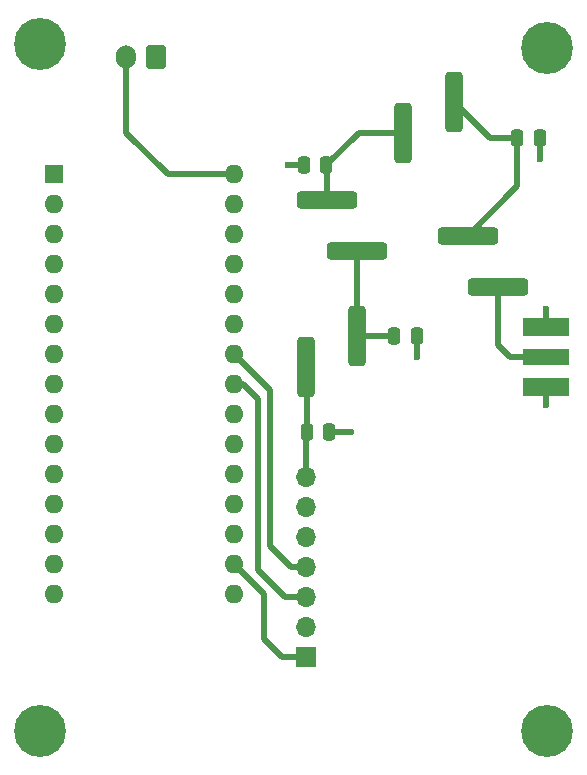
<source format=gtl>
G04 #@! TF.GenerationSoftware,KiCad,Pcbnew,8.0.6*
G04 #@! TF.CreationDate,2024-10-20T12:02:01+02:00*
G04 #@! TF.ProjectId,foxy,666f7879-2e6b-4696-9361-645f70636258,rev?*
G04 #@! TF.SameCoordinates,Original*
G04 #@! TF.FileFunction,Copper,L1,Top*
G04 #@! TF.FilePolarity,Positive*
%FSLAX46Y46*%
G04 Gerber Fmt 4.6, Leading zero omitted, Abs format (unit mm)*
G04 Created by KiCad (PCBNEW 8.0.6) date 2024-10-20 12:02:01*
%MOMM*%
%LPD*%
G01*
G04 APERTURE LIST*
G04 Aperture macros list*
%AMRoundRect*
0 Rectangle with rounded corners*
0 $1 Rounding radius*
0 $2 $3 $4 $5 $6 $7 $8 $9 X,Y pos of 4 corners*
0 Add a 4 corners polygon primitive as box body*
4,1,4,$2,$3,$4,$5,$6,$7,$8,$9,$2,$3,0*
0 Add four circle primitives for the rounded corners*
1,1,$1+$1,$2,$3*
1,1,$1+$1,$4,$5*
1,1,$1+$1,$6,$7*
1,1,$1+$1,$8,$9*
0 Add four rect primitives between the rounded corners*
20,1,$1+$1,$2,$3,$4,$5,0*
20,1,$1+$1,$4,$5,$6,$7,0*
20,1,$1+$1,$6,$7,$8,$9,0*
20,1,$1+$1,$8,$9,$2,$3,0*%
G04 Aperture macros list end*
G04 #@! TA.AperFunction,ComponentPad*
%ADD10C,0.700000*%
G04 #@! TD*
G04 #@! TA.AperFunction,ComponentPad*
%ADD11C,4.400000*%
G04 #@! TD*
G04 #@! TA.AperFunction,ComponentPad*
%ADD12RoundRect,0.250000X0.600000X0.750000X-0.600000X0.750000X-0.600000X-0.750000X0.600000X-0.750000X0*%
G04 #@! TD*
G04 #@! TA.AperFunction,ComponentPad*
%ADD13O,1.700000X2.000000*%
G04 #@! TD*
G04 #@! TA.AperFunction,SMDPad,CuDef*
%ADD14RoundRect,0.370000X-0.370000X-2.210000X0.370000X-2.210000X0.370000X2.210000X-0.370000X2.210000X0*%
G04 #@! TD*
G04 #@! TA.AperFunction,ComponentPad*
%ADD15R,1.700000X1.700000*%
G04 #@! TD*
G04 #@! TA.AperFunction,ComponentPad*
%ADD16O,1.700000X1.700000*%
G04 #@! TD*
G04 #@! TA.AperFunction,SMDPad,CuDef*
%ADD17RoundRect,0.250000X-0.250000X-0.475000X0.250000X-0.475000X0.250000X0.475000X-0.250000X0.475000X0*%
G04 #@! TD*
G04 #@! TA.AperFunction,SMDPad,CuDef*
%ADD18RoundRect,0.370000X-2.210000X0.370000X-2.210000X-0.370000X2.210000X-0.370000X2.210000X0.370000X0*%
G04 #@! TD*
G04 #@! TA.AperFunction,ComponentPad*
%ADD19R,1.600000X1.600000*%
G04 #@! TD*
G04 #@! TA.AperFunction,ComponentPad*
%ADD20O,1.600000X1.600000*%
G04 #@! TD*
G04 #@! TA.AperFunction,SMDPad,CuDef*
%ADD21RoundRect,0.250000X0.250000X0.475000X-0.250000X0.475000X-0.250000X-0.475000X0.250000X-0.475000X0*%
G04 #@! TD*
G04 #@! TA.AperFunction,SMDPad,CuDef*
%ADD22R,4.000000X1.400000*%
G04 #@! TD*
G04 #@! TA.AperFunction,SMDPad,CuDef*
%ADD23R,4.000000X1.500000*%
G04 #@! TD*
G04 #@! TA.AperFunction,SMDPad,CuDef*
%ADD24RoundRect,0.370000X2.210000X-0.370000X2.210000X0.370000X-2.210000X0.370000X-2.210000X-0.370000X0*%
G04 #@! TD*
G04 #@! TA.AperFunction,ViaPad*
%ADD25C,0.600000*%
G04 #@! TD*
G04 #@! TA.AperFunction,Conductor*
%ADD26C,0.500000*%
G04 #@! TD*
G04 APERTURE END LIST*
D10*
X136400000Y-125833274D03*
X136883274Y-124666548D03*
X136883274Y-127000000D03*
X138050000Y-124183274D03*
D11*
X138050000Y-125833274D03*
D10*
X138050000Y-127483274D03*
X139216726Y-124666548D03*
X139216726Y-127000000D03*
X139700000Y-125833274D03*
D12*
X104899000Y-68831000D03*
D13*
X102399000Y-68831000D03*
D14*
X117610000Y-95036000D03*
X121920000Y-92456000D03*
D15*
X117602000Y-119634000D03*
D16*
X117602000Y-117094000D03*
X117602000Y-114554000D03*
X117602000Y-112014000D03*
X117602000Y-109474000D03*
X117602000Y-106934000D03*
X117602000Y-104394000D03*
D17*
X135514000Y-75692000D03*
X137414000Y-75692000D03*
D10*
X93449274Y-125833274D03*
X93932548Y-124666548D03*
X93932548Y-127000000D03*
X95099274Y-124183274D03*
D11*
X95099274Y-125833274D03*
D10*
X95099274Y-127483274D03*
X96266000Y-124666548D03*
X96266000Y-127000000D03*
X96749274Y-125833274D03*
D17*
X117668000Y-100584000D03*
X119568000Y-100584000D03*
D18*
X131298000Y-83951000D03*
X133878000Y-88261000D03*
D10*
X93449274Y-67714726D03*
X93932548Y-66548000D03*
X93932548Y-68881452D03*
X95099274Y-66064726D03*
D11*
X95099274Y-67714726D03*
D10*
X95099274Y-69364726D03*
X96266000Y-66548000D03*
X96266000Y-68881452D03*
X96749274Y-67714726D03*
D14*
X125861000Y-75204000D03*
X130171000Y-72624000D03*
D10*
X136400000Y-68072000D03*
X136883274Y-66905274D03*
X136883274Y-69238726D03*
X138050000Y-66422000D03*
D11*
X138050000Y-68072000D03*
D10*
X138050000Y-69722000D03*
X139216726Y-66905274D03*
X139216726Y-69238726D03*
X139700000Y-68072000D03*
D19*
X96266000Y-78740000D03*
D20*
X96266000Y-81280000D03*
X96266000Y-83820000D03*
X96266000Y-86360000D03*
X96266000Y-88900000D03*
X96266000Y-91440000D03*
X96266000Y-93980000D03*
X96266000Y-96520000D03*
X96266000Y-99060000D03*
X96266000Y-101600000D03*
X96266000Y-104140000D03*
X96266000Y-106680000D03*
X96266000Y-109220000D03*
X96266000Y-111760000D03*
X96266000Y-114300000D03*
X111506000Y-114300000D03*
X111506000Y-111760000D03*
X111506000Y-109220000D03*
X111506000Y-106680000D03*
X111506000Y-104140000D03*
X111506000Y-101600000D03*
X111506000Y-99060000D03*
X111506000Y-96520000D03*
X111506000Y-93980000D03*
X111506000Y-91440000D03*
X111506000Y-88900000D03*
X111506000Y-86360000D03*
X111506000Y-83820000D03*
X111506000Y-81280000D03*
X111506000Y-78740000D03*
D21*
X119314000Y-77978000D03*
X117414000Y-77978000D03*
D22*
X137922000Y-94234000D03*
D23*
X137922000Y-91694000D03*
X137922000Y-96774000D03*
D17*
X125100000Y-92456000D03*
X127000000Y-92456000D03*
D24*
X121940000Y-85213000D03*
X119360000Y-80903000D03*
D25*
X121412000Y-100584000D03*
X137922000Y-90170000D03*
X116078000Y-77978000D03*
X127000000Y-94234000D03*
X137922000Y-98298000D03*
X137414000Y-77470000D03*
D26*
X113538000Y-112268000D02*
X113538000Y-97790000D01*
X115824000Y-114554000D02*
X113538000Y-112268000D01*
X112268000Y-96520000D02*
X111506000Y-96520000D01*
X117602000Y-114554000D02*
X115824000Y-114554000D01*
X113538000Y-97790000D02*
X112268000Y-96520000D01*
X117602000Y-119634000D02*
X115570000Y-119634000D01*
X115570000Y-119634000D02*
X114046000Y-118110000D01*
X114046000Y-118110000D02*
X114046000Y-114300000D01*
X114046000Y-114300000D02*
X111506000Y-111760000D01*
X116078000Y-77978000D02*
X117414000Y-77978000D01*
X119568000Y-100584000D02*
X121412000Y-100584000D01*
X137922000Y-91694000D02*
X137922000Y-90170000D01*
X137414000Y-77470000D02*
X137414000Y-75692000D01*
X137922000Y-98298000D02*
X137922000Y-96774000D01*
X127000000Y-94234000D02*
X127000000Y-92456000D01*
X114554000Y-110236000D02*
X114554000Y-97028000D01*
X114554000Y-97028000D02*
X111506000Y-93980000D01*
X116332000Y-112014000D02*
X114554000Y-110236000D01*
X117602000Y-112014000D02*
X116332000Y-112014000D01*
X105918000Y-78740000D02*
X102399000Y-75221000D01*
X102399000Y-75221000D02*
X102399000Y-68831000D01*
X111506000Y-78740000D02*
X105918000Y-78740000D01*
X117668000Y-95094000D02*
X117610000Y-95036000D01*
X117668000Y-100584000D02*
X117668000Y-95094000D01*
X117602000Y-104394000D02*
X117602000Y-100650000D01*
X117602000Y-100650000D02*
X117668000Y-100584000D01*
X121920000Y-92456000D02*
X121920000Y-85233000D01*
X125100000Y-92456000D02*
X121920000Y-92456000D01*
X121920000Y-85233000D02*
X121940000Y-85213000D01*
X119360000Y-78024000D02*
X119314000Y-77978000D01*
X119314000Y-77978000D02*
X122088000Y-75204000D01*
X119360000Y-80903000D02*
X119360000Y-78024000D01*
X122088000Y-75204000D02*
X125861000Y-75204000D01*
X133239000Y-75692000D02*
X135514000Y-75692000D01*
X135514000Y-77978000D02*
X135514000Y-75692000D01*
X131298000Y-83951000D02*
X135514000Y-79735000D01*
X135514000Y-79735000D02*
X135514000Y-77978000D01*
X130171000Y-72624000D02*
X133239000Y-75692000D01*
X133878000Y-93198000D02*
X133878000Y-88261000D01*
X134874000Y-94234000D02*
X133858000Y-93218000D01*
X137922000Y-94234000D02*
X134874000Y-94234000D01*
M02*

</source>
